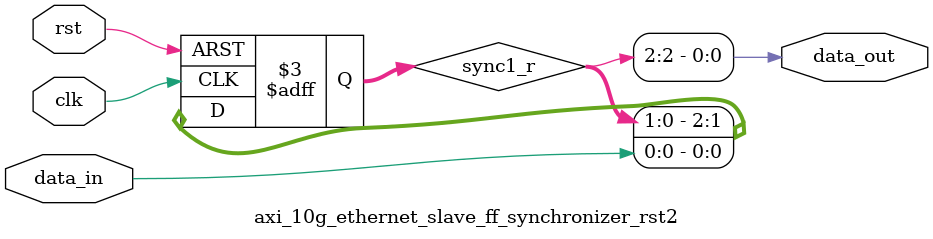
<source format=v>

`timescale 1ns / 1ps

module axi_10g_ethernet_slave_ff_synchronizer_rst2 #(
  parameter   C_NUM_SYNC_REGS = 3,
  parameter   C_RVAL = 1'b0
  )
  (
    input   wire  clk,
    input   wire  rst,
    input   wire  data_in,
    output  wire  data_out
  );

(* shreg_extract = "no", ASYNC_REG = "TRUE" *) reg  [C_NUM_SYNC_REGS-1:0]    sync1_r = {C_NUM_SYNC_REGS{C_RVAL}};

  //----------------------------------------------------------------------------
  // Synchronizer
  //----------------------------------------------------------------------------
  always @(posedge clk or posedge rst) begin
    if(rst)
      sync1_r <= {C_NUM_SYNC_REGS{C_RVAL}};
    else
      sync1_r <= {sync1_r[C_NUM_SYNC_REGS-2:0], data_in};
  end

  assign data_out = sync1_r[C_NUM_SYNC_REGS-1];
endmodule

</source>
